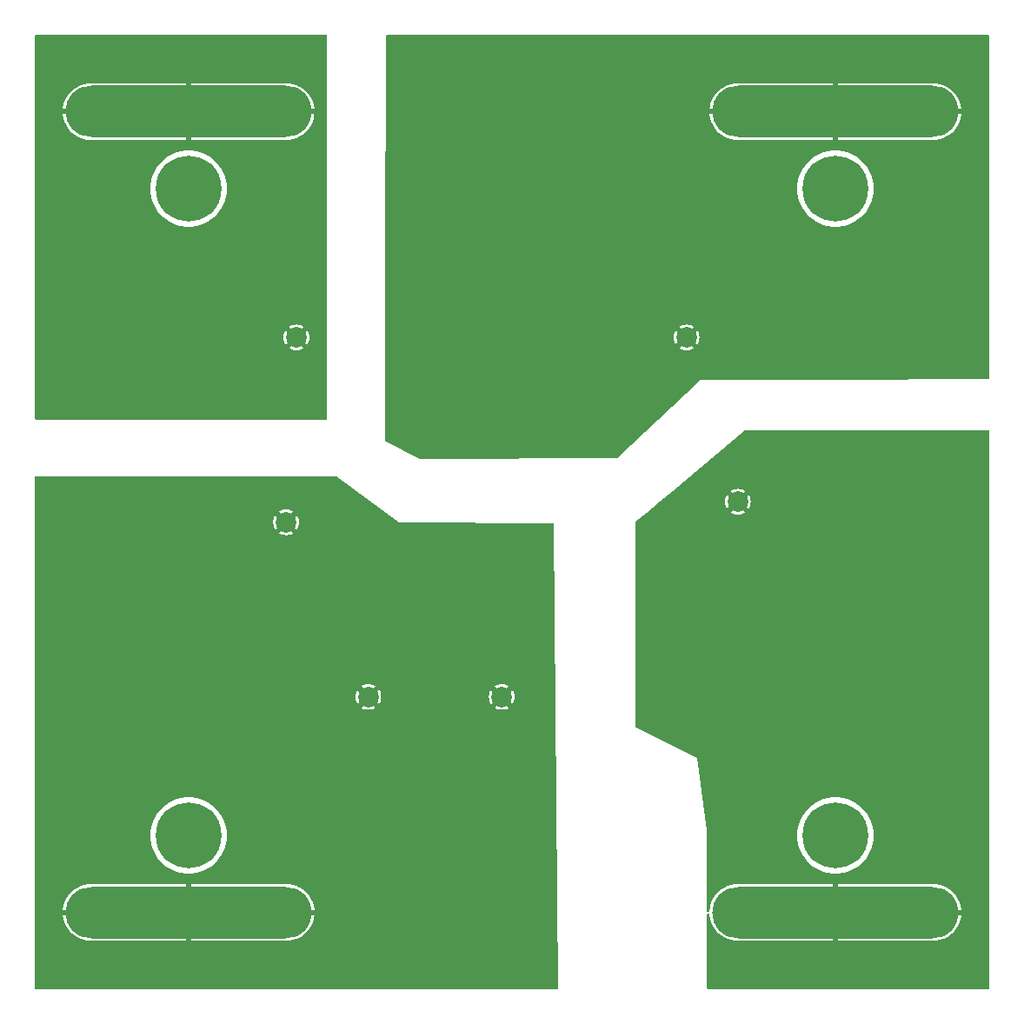
<source format=gbr>
%TF.GenerationSoftware,KiCad,Pcbnew,(6.0.0)*%
%TF.CreationDate,2022-06-20T09:58:44+02:00*%
%TF.ProjectId,bottom_plate_pcb,626f7474-6f6d-45f7-906c-6174655f7063,rev?*%
%TF.SameCoordinates,Original*%
%TF.FileFunction,Copper,L1,Top*%
%TF.FilePolarity,Positive*%
%FSLAX46Y46*%
G04 Gerber Fmt 4.6, Leading zero omitted, Abs format (unit mm)*
G04 Created by KiCad (PCBNEW (6.0.0)) date 2022-06-20 09:58:44*
%MOMM*%
%LPD*%
G01*
G04 APERTURE LIST*
%TA.AperFunction,SMDPad,CuDef*%
%ADD10C,2.000000*%
%TD*%
%TA.AperFunction,ComponentPad*%
%ADD11C,0.800000*%
%TD*%
%TA.AperFunction,ComponentPad*%
%ADD12C,6.400000*%
%TD*%
%TA.AperFunction,ComponentPad*%
%ADD13O,24.000000X5.000000*%
%TD*%
G04 APERTURE END LIST*
D10*
%TO.P,TP4,1,1*%
%TO.N,DOUT*%
X152000000Y-98000000D03*
%TD*%
D11*
%TO.P,REF\u002A\u002A,1*%
%TO.N,N/C*%
X98500000Y-128100000D03*
X96100000Y-130500000D03*
X96802944Y-132197056D03*
X96802944Y-128802944D03*
X98500000Y-132900000D03*
X100900000Y-130500000D03*
X100197056Y-132197056D03*
X100197056Y-128802944D03*
D12*
X98500000Y-130500000D03*
%TD*%
D13*
%TO.P,J4,1,Pin_1*%
%TO.N,DIN*%
X98500000Y-60000000D03*
%TD*%
D11*
%TO.P,REF\u002A\u002A,1*%
%TO.N,N/C*%
X159802944Y-132197056D03*
X161500000Y-132900000D03*
X159802944Y-128802944D03*
X163900000Y-130500000D03*
X163197056Y-128802944D03*
X159100000Y-130500000D03*
X163197056Y-132197056D03*
D12*
X161500000Y-130500000D03*
D11*
X161500000Y-128100000D03*
%TD*%
D10*
%TO.P,TP2,1,1*%
%TO.N,+5V*%
X116000000Y-117000000D03*
%TD*%
D11*
%TO.P,REF\u002A\u002A,1*%
%TO.N,N/C*%
X161500000Y-69900000D03*
X159802944Y-69197056D03*
X163197056Y-69197056D03*
X161500000Y-65100000D03*
D12*
X161500000Y-67500000D03*
D11*
X159802944Y-65802944D03*
X163197056Y-65802944D03*
X163900000Y-67500000D03*
X159100000Y-67500000D03*
%TD*%
D13*
%TO.P,J3,1,Pin_1*%
%TO.N,GND*%
X161500000Y-60000000D03*
%TD*%
D10*
%TO.P,TP1,1,1*%
%TO.N,+5V*%
X129000000Y-117000000D03*
%TD*%
D12*
%TO.P,REF\u002A\u002A,1*%
%TO.N,N/C*%
X98500000Y-67500000D03*
D11*
X100197056Y-65802944D03*
X98500000Y-69900000D03*
X96100000Y-67500000D03*
X100900000Y-67500000D03*
X100197056Y-69197056D03*
X96802944Y-65802944D03*
X98500000Y-65100000D03*
X96802944Y-69197056D03*
%TD*%
D13*
%TO.P,J2,1,Pin_1*%
%TO.N,+5V*%
X98500000Y-138000000D03*
%TD*%
D10*
%TO.P,TP6,1,1*%
%TO.N,GND*%
X147000000Y-82000000D03*
%TD*%
%TO.P,TP3,1,1*%
%TO.N,+5V*%
X108000000Y-100000000D03*
%TD*%
D13*
%TO.P,J1,1,Pin_1*%
%TO.N,DOUT*%
X161500000Y-138000000D03*
%TD*%
D10*
%TO.P,TP5,1,1*%
%TO.N,DIN*%
X109000000Y-82000000D03*
%TD*%
%TA.AperFunction,Conductor*%
%TO.N,DOUT*%
G36*
X176434121Y-91020002D02*
G01*
X176480614Y-91073658D01*
X176492000Y-91126000D01*
X176492000Y-145366000D01*
X176471998Y-145434121D01*
X176418342Y-145480614D01*
X176366000Y-145492000D01*
X149126000Y-145492000D01*
X149057879Y-145471998D01*
X149011386Y-145418342D01*
X149000000Y-145366000D01*
X149000000Y-138188831D01*
X149020002Y-138120710D01*
X149073658Y-138074217D01*
X149143932Y-138064113D01*
X149208512Y-138093607D01*
X149246896Y-138153333D01*
X149251810Y-138181907D01*
X149259043Y-138313333D01*
X149259912Y-138320847D01*
X149316537Y-138640354D01*
X149318304Y-138647714D01*
X149412898Y-138958083D01*
X149415546Y-138965203D01*
X149546739Y-139261955D01*
X149550216Y-139268692D01*
X149716120Y-139547552D01*
X149720368Y-139553803D01*
X149918574Y-139810715D01*
X149923559Y-139816430D01*
X150151180Y-140047654D01*
X150156816Y-140052729D01*
X150410573Y-140254938D01*
X150416771Y-140259294D01*
X150692987Y-140429555D01*
X150699663Y-140433135D01*
X150994334Y-140568980D01*
X151001385Y-140571730D01*
X151310247Y-140671192D01*
X151317580Y-140673075D01*
X151636155Y-140734711D01*
X151643655Y-140735698D01*
X151899919Y-140753842D01*
X151904369Y-140754000D01*
X161227885Y-140754000D01*
X161243124Y-140749525D01*
X161244329Y-140748135D01*
X161246000Y-140740452D01*
X161246000Y-140735885D01*
X161754000Y-140735885D01*
X161758475Y-140751124D01*
X161759865Y-140752329D01*
X161767548Y-140754000D01*
X171081609Y-140754000D01*
X171085382Y-140753887D01*
X171327684Y-140739279D01*
X171335186Y-140738371D01*
X171654400Y-140680072D01*
X171661733Y-140678271D01*
X171971634Y-140582044D01*
X171978707Y-140579372D01*
X172274781Y-140446621D01*
X172281508Y-140443104D01*
X172559481Y-140275751D01*
X172565725Y-140271460D01*
X172821587Y-140071918D01*
X172827277Y-140066901D01*
X173057314Y-139838065D01*
X173062344Y-139832420D01*
X173263229Y-139577599D01*
X173267554Y-139571376D01*
X173436370Y-139294266D01*
X173439905Y-139287589D01*
X173574211Y-138992201D01*
X173576924Y-138985131D01*
X173674764Y-138675764D01*
X173676611Y-138668413D01*
X173736578Y-138349523D01*
X173737526Y-138342013D01*
X173742110Y-138272078D01*
X173738687Y-138256779D01*
X173727661Y-138254000D01*
X161772115Y-138254000D01*
X161756876Y-138258475D01*
X161755671Y-138259865D01*
X161754000Y-138267548D01*
X161754000Y-140735885D01*
X161246000Y-140735885D01*
X161246000Y-137727885D01*
X161754000Y-137727885D01*
X161758475Y-137743124D01*
X161759865Y-137744329D01*
X161767548Y-137746000D01*
X173726107Y-137746000D01*
X173741341Y-137741527D01*
X173743381Y-137730724D01*
X173740957Y-137686666D01*
X173740088Y-137679155D01*
X173683463Y-137359646D01*
X173681696Y-137352286D01*
X173587102Y-137041917D01*
X173584454Y-137034797D01*
X173453261Y-136738045D01*
X173449784Y-136731308D01*
X173283880Y-136452448D01*
X173279632Y-136446197D01*
X173081426Y-136189285D01*
X173076441Y-136183570D01*
X172848820Y-135952346D01*
X172843184Y-135947271D01*
X172589427Y-135745062D01*
X172583229Y-135740706D01*
X172307013Y-135570445D01*
X172300337Y-135566865D01*
X172005666Y-135431020D01*
X171998615Y-135428270D01*
X171689753Y-135328808D01*
X171682420Y-135326925D01*
X171363845Y-135265289D01*
X171356345Y-135264302D01*
X171100081Y-135246158D01*
X171095631Y-135246000D01*
X161772115Y-135246000D01*
X161756876Y-135250475D01*
X161755671Y-135251865D01*
X161754000Y-135259548D01*
X161754000Y-137727885D01*
X161246000Y-137727885D01*
X161246000Y-135264115D01*
X161241525Y-135248876D01*
X161240135Y-135247671D01*
X161232452Y-135246000D01*
X151918392Y-135246000D01*
X151914618Y-135246113D01*
X151672316Y-135260721D01*
X151664814Y-135261629D01*
X151345600Y-135319928D01*
X151338267Y-135321729D01*
X151028366Y-135417956D01*
X151021293Y-135420628D01*
X150725219Y-135553379D01*
X150718492Y-135556896D01*
X150440519Y-135724249D01*
X150434275Y-135728540D01*
X150178413Y-135928082D01*
X150172723Y-135933099D01*
X149942686Y-136161935D01*
X149937656Y-136167580D01*
X149736771Y-136422401D01*
X149732446Y-136428624D01*
X149563630Y-136705734D01*
X149560095Y-136712411D01*
X149425789Y-137007799D01*
X149423076Y-137014869D01*
X149325236Y-137324236D01*
X149323389Y-137331587D01*
X149263422Y-137650477D01*
X149262474Y-137657987D01*
X149251730Y-137821907D01*
X149227316Y-137888573D01*
X149170734Y-137931458D01*
X149099950Y-137936944D01*
X149037436Y-137903290D01*
X149003041Y-137841181D01*
X149000000Y-137813666D01*
X149000000Y-130500000D01*
X157786411Y-130500000D01*
X157806754Y-130888176D01*
X157867562Y-131272099D01*
X157968167Y-131647562D01*
X158107468Y-132010453D01*
X158283938Y-132356794D01*
X158495643Y-132682793D01*
X158740266Y-132984876D01*
X159015124Y-133259734D01*
X159317207Y-133504357D01*
X159643205Y-133716062D01*
X159646139Y-133717557D01*
X159646146Y-133717561D01*
X159986607Y-133891034D01*
X159989547Y-133892532D01*
X160352438Y-134031833D01*
X160727901Y-134132438D01*
X160931793Y-134164732D01*
X161108576Y-134192732D01*
X161108584Y-134192733D01*
X161111824Y-134193246D01*
X161500000Y-134213589D01*
X161888176Y-134193246D01*
X161891416Y-134192733D01*
X161891424Y-134192732D01*
X162068207Y-134164732D01*
X162272099Y-134132438D01*
X162647562Y-134031833D01*
X163010453Y-133892532D01*
X163013393Y-133891034D01*
X163353854Y-133717561D01*
X163353861Y-133717557D01*
X163356795Y-133716062D01*
X163682793Y-133504357D01*
X163984876Y-133259734D01*
X164259734Y-132984876D01*
X164504357Y-132682793D01*
X164716062Y-132356794D01*
X164892532Y-132010453D01*
X165031833Y-131647562D01*
X165132438Y-131272099D01*
X165193246Y-130888176D01*
X165213589Y-130500000D01*
X165193246Y-130111824D01*
X165132438Y-129727901D01*
X165031833Y-129352438D01*
X164892532Y-128989547D01*
X164716062Y-128643206D01*
X164504357Y-128317207D01*
X164259734Y-128015124D01*
X163984876Y-127740266D01*
X163682793Y-127495643D01*
X163356795Y-127283938D01*
X163353861Y-127282443D01*
X163353854Y-127282439D01*
X163013393Y-127108966D01*
X163010453Y-127107468D01*
X162647562Y-126968167D01*
X162272099Y-126867562D01*
X162068207Y-126835268D01*
X161891424Y-126807268D01*
X161891416Y-126807267D01*
X161888176Y-126806754D01*
X161500000Y-126786411D01*
X161111824Y-126806754D01*
X161108584Y-126807267D01*
X161108576Y-126807268D01*
X160931793Y-126835268D01*
X160727901Y-126867562D01*
X160352438Y-126968167D01*
X159989547Y-127107468D01*
X159986607Y-127108966D01*
X159646147Y-127282439D01*
X159646140Y-127282443D01*
X159643206Y-127283938D01*
X159317207Y-127495643D01*
X159015124Y-127740266D01*
X158740266Y-128015124D01*
X158495643Y-128317207D01*
X158283938Y-128643206D01*
X158107468Y-128989547D01*
X157968167Y-129352438D01*
X157867562Y-129727901D01*
X157806754Y-130111824D01*
X157786411Y-130500000D01*
X149000000Y-130500000D01*
X149000000Y-130000000D01*
X148000000Y-123000000D01*
X142069650Y-120034825D01*
X142017667Y-119986471D01*
X142000000Y-119922128D01*
X142000000Y-100058665D01*
X142020002Y-99990544D01*
X142044894Y-99962239D01*
X143132668Y-99047289D01*
X151317265Y-99047289D01*
X151326561Y-99059304D01*
X151366100Y-99086989D01*
X151375590Y-99092469D01*
X151564486Y-99180553D01*
X151574778Y-99184299D01*
X151776098Y-99238242D01*
X151786893Y-99240145D01*
X151994525Y-99258311D01*
X152005475Y-99258311D01*
X152213107Y-99240145D01*
X152223902Y-99238242D01*
X152425222Y-99184299D01*
X152435514Y-99180553D01*
X152624410Y-99092469D01*
X152633900Y-99086989D01*
X152674278Y-99058717D01*
X152682652Y-99048242D01*
X152675583Y-99034793D01*
X152012812Y-98372022D01*
X151998868Y-98364408D01*
X151997035Y-98364539D01*
X151990420Y-98368790D01*
X151323695Y-99035515D01*
X151317265Y-99047289D01*
X143132668Y-99047289D01*
X144371269Y-98005475D01*
X150741689Y-98005475D01*
X150759855Y-98213107D01*
X150761758Y-98223902D01*
X150815701Y-98425222D01*
X150819447Y-98435514D01*
X150907531Y-98624410D01*
X150913011Y-98633900D01*
X150941283Y-98674278D01*
X150951758Y-98682652D01*
X150965207Y-98675583D01*
X151627978Y-98012812D01*
X151634356Y-98001132D01*
X152364408Y-98001132D01*
X152364539Y-98002965D01*
X152368790Y-98009580D01*
X153035515Y-98676305D01*
X153047289Y-98682735D01*
X153059304Y-98673439D01*
X153086989Y-98633900D01*
X153092469Y-98624410D01*
X153180553Y-98435514D01*
X153184299Y-98425222D01*
X153238242Y-98223902D01*
X153240145Y-98213107D01*
X153258311Y-98005475D01*
X153258311Y-97994525D01*
X153240145Y-97786893D01*
X153238242Y-97776098D01*
X153184299Y-97574778D01*
X153180553Y-97564486D01*
X153092469Y-97375590D01*
X153086989Y-97366100D01*
X153058717Y-97325722D01*
X153048242Y-97317348D01*
X153034793Y-97324417D01*
X152372022Y-97987188D01*
X152364408Y-98001132D01*
X151634356Y-98001132D01*
X151635592Y-97998868D01*
X151635461Y-97997035D01*
X151631210Y-97990420D01*
X150964485Y-97323695D01*
X150952711Y-97317265D01*
X150940696Y-97326561D01*
X150913011Y-97366100D01*
X150907531Y-97375590D01*
X150819447Y-97564486D01*
X150815701Y-97574778D01*
X150761758Y-97776098D01*
X150759855Y-97786893D01*
X150741689Y-97994525D01*
X150741689Y-98005475D01*
X144371269Y-98005475D01*
X145624021Y-96951758D01*
X151317348Y-96951758D01*
X151324417Y-96965207D01*
X151987188Y-97627978D01*
X152001132Y-97635592D01*
X152002965Y-97635461D01*
X152009580Y-97631210D01*
X152676305Y-96964485D01*
X152682735Y-96952711D01*
X152673439Y-96940696D01*
X152633900Y-96913011D01*
X152624410Y-96907531D01*
X152435514Y-96819447D01*
X152425222Y-96815701D01*
X152223902Y-96761758D01*
X152213107Y-96759855D01*
X152005475Y-96741689D01*
X151994525Y-96741689D01*
X151786893Y-96759855D01*
X151776098Y-96761758D01*
X151574778Y-96815701D01*
X151564486Y-96819447D01*
X151375590Y-96907531D01*
X151366100Y-96913011D01*
X151325722Y-96941283D01*
X151317348Y-96951758D01*
X145624021Y-96951758D01*
X152664840Y-91029574D01*
X152729847Y-91001033D01*
X152745946Y-91000000D01*
X176366000Y-91000000D01*
X176434121Y-91020002D01*
G37*
%TD.AperFunction*%
%TD*%
%TA.AperFunction,Conductor*%
%TO.N,GND*%
G36*
X176434121Y-52528002D02*
G01*
X176480614Y-52581658D01*
X176492000Y-52634000D01*
X176492000Y-85893006D01*
X176471998Y-85961127D01*
X176418342Y-86007620D01*
X176366660Y-86019004D01*
X160715875Y-86100865D01*
X148344635Y-86165573D01*
X148344634Y-86165573D01*
X148326518Y-86165668D01*
X148318101Y-86173515D01*
X140210907Y-93731969D01*
X140147442Y-93763792D01*
X140125343Y-93765808D01*
X121069935Y-93819915D01*
X121013228Y-93806614D01*
X117709760Y-92154880D01*
X117657776Y-92106525D01*
X117640109Y-92042007D01*
X117652624Y-83047289D01*
X146317265Y-83047289D01*
X146326561Y-83059304D01*
X146366100Y-83086989D01*
X146375590Y-83092469D01*
X146564486Y-83180553D01*
X146574778Y-83184299D01*
X146776098Y-83238242D01*
X146786893Y-83240145D01*
X146994525Y-83258311D01*
X147005475Y-83258311D01*
X147213107Y-83240145D01*
X147223902Y-83238242D01*
X147425222Y-83184299D01*
X147435514Y-83180553D01*
X147624410Y-83092469D01*
X147633900Y-83086989D01*
X147674278Y-83058717D01*
X147682652Y-83048242D01*
X147675583Y-83034793D01*
X147012812Y-82372022D01*
X146998868Y-82364408D01*
X146997035Y-82364539D01*
X146990420Y-82368790D01*
X146323695Y-83035515D01*
X146317265Y-83047289D01*
X117652624Y-83047289D01*
X117654074Y-82005475D01*
X145741689Y-82005475D01*
X145759855Y-82213107D01*
X145761758Y-82223902D01*
X145815701Y-82425222D01*
X145819447Y-82435514D01*
X145907531Y-82624410D01*
X145913011Y-82633900D01*
X145941283Y-82674278D01*
X145951758Y-82682652D01*
X145965207Y-82675583D01*
X146627978Y-82012812D01*
X146634356Y-82001132D01*
X147364408Y-82001132D01*
X147364539Y-82002965D01*
X147368790Y-82009580D01*
X148035515Y-82676305D01*
X148047289Y-82682735D01*
X148059304Y-82673439D01*
X148086989Y-82633900D01*
X148092469Y-82624410D01*
X148180553Y-82435514D01*
X148184299Y-82425222D01*
X148238242Y-82223902D01*
X148240145Y-82213107D01*
X148258311Y-82005475D01*
X148258311Y-81994525D01*
X148240145Y-81786893D01*
X148238242Y-81776098D01*
X148184299Y-81574778D01*
X148180553Y-81564486D01*
X148092469Y-81375590D01*
X148086989Y-81366100D01*
X148058717Y-81325722D01*
X148048242Y-81317348D01*
X148034793Y-81324417D01*
X147372022Y-81987188D01*
X147364408Y-82001132D01*
X146634356Y-82001132D01*
X146635592Y-81998868D01*
X146635461Y-81997035D01*
X146631210Y-81990420D01*
X145964485Y-81323695D01*
X145952711Y-81317265D01*
X145940696Y-81326561D01*
X145913011Y-81366100D01*
X145907531Y-81375590D01*
X145819447Y-81564486D01*
X145815701Y-81574778D01*
X145761758Y-81776098D01*
X145759855Y-81786893D01*
X145741689Y-81994525D01*
X145741689Y-82005475D01*
X117654074Y-82005475D01*
X117655540Y-80951758D01*
X146317348Y-80951758D01*
X146324417Y-80965207D01*
X146987188Y-81627978D01*
X147001132Y-81635592D01*
X147002965Y-81635461D01*
X147009580Y-81631210D01*
X147676305Y-80964485D01*
X147682735Y-80952711D01*
X147673439Y-80940696D01*
X147633900Y-80913011D01*
X147624410Y-80907531D01*
X147435514Y-80819447D01*
X147425222Y-80815701D01*
X147223902Y-80761758D01*
X147213107Y-80759855D01*
X147005475Y-80741689D01*
X146994525Y-80741689D01*
X146786893Y-80759855D01*
X146776098Y-80761758D01*
X146574778Y-80815701D01*
X146564486Y-80819447D01*
X146375590Y-80907531D01*
X146366100Y-80913011D01*
X146325722Y-80941283D01*
X146317348Y-80951758D01*
X117655540Y-80951758D01*
X117674258Y-67500000D01*
X157786411Y-67500000D01*
X157806754Y-67888176D01*
X157867562Y-68272099D01*
X157968167Y-68647562D01*
X158107468Y-69010453D01*
X158283938Y-69356794D01*
X158495643Y-69682793D01*
X158740266Y-69984876D01*
X159015124Y-70259734D01*
X159317207Y-70504357D01*
X159643205Y-70716062D01*
X159646139Y-70717557D01*
X159646146Y-70717561D01*
X159986607Y-70891034D01*
X159989547Y-70892532D01*
X160352438Y-71031833D01*
X160727901Y-71132438D01*
X160931793Y-71164732D01*
X161108576Y-71192732D01*
X161108584Y-71192733D01*
X161111824Y-71193246D01*
X161500000Y-71213589D01*
X161888176Y-71193246D01*
X161891416Y-71192733D01*
X161891424Y-71192732D01*
X162068207Y-71164732D01*
X162272099Y-71132438D01*
X162647562Y-71031833D01*
X163010453Y-70892532D01*
X163013393Y-70891034D01*
X163353854Y-70717561D01*
X163353861Y-70717557D01*
X163356795Y-70716062D01*
X163682793Y-70504357D01*
X163984876Y-70259734D01*
X164259734Y-69984876D01*
X164504357Y-69682793D01*
X164716062Y-69356794D01*
X164892532Y-69010453D01*
X165031833Y-68647562D01*
X165132438Y-68272099D01*
X165193246Y-67888176D01*
X165213589Y-67500000D01*
X165193246Y-67111824D01*
X165132438Y-66727901D01*
X165031833Y-66352438D01*
X164892532Y-65989547D01*
X164716062Y-65643206D01*
X164504357Y-65317207D01*
X164259734Y-65015124D01*
X163984876Y-64740266D01*
X163682793Y-64495643D01*
X163356795Y-64283938D01*
X163353861Y-64282443D01*
X163353854Y-64282439D01*
X163013393Y-64108966D01*
X163010453Y-64107468D01*
X162647562Y-63968167D01*
X162272099Y-63867562D01*
X162068207Y-63835268D01*
X161891424Y-63807268D01*
X161891416Y-63807267D01*
X161888176Y-63806754D01*
X161500000Y-63786411D01*
X161111824Y-63806754D01*
X161108584Y-63807267D01*
X161108576Y-63807268D01*
X160931793Y-63835268D01*
X160727901Y-63867562D01*
X160352438Y-63968167D01*
X159989547Y-64107468D01*
X159986607Y-64108966D01*
X159646147Y-64282439D01*
X159646140Y-64282443D01*
X159643206Y-64283938D01*
X159317207Y-64495643D01*
X159015124Y-64740266D01*
X158740266Y-65015124D01*
X158495643Y-65317207D01*
X158283938Y-65643206D01*
X158107468Y-65989547D01*
X157968167Y-66352438D01*
X157867562Y-66727901D01*
X157806754Y-67111824D01*
X157786411Y-67500000D01*
X117674258Y-67500000D01*
X117684319Y-60269276D01*
X149256619Y-60269276D01*
X149259043Y-60313334D01*
X149259912Y-60320845D01*
X149316537Y-60640354D01*
X149318304Y-60647714D01*
X149412898Y-60958083D01*
X149415546Y-60965203D01*
X149546739Y-61261955D01*
X149550216Y-61268692D01*
X149716120Y-61547552D01*
X149720368Y-61553803D01*
X149918574Y-61810715D01*
X149923559Y-61816430D01*
X150151180Y-62047654D01*
X150156816Y-62052729D01*
X150410573Y-62254938D01*
X150416771Y-62259294D01*
X150692987Y-62429555D01*
X150699663Y-62433135D01*
X150994334Y-62568980D01*
X151001385Y-62571730D01*
X151310247Y-62671192D01*
X151317580Y-62673075D01*
X151636155Y-62734711D01*
X151643655Y-62735698D01*
X151899919Y-62753842D01*
X151904369Y-62754000D01*
X161227885Y-62754000D01*
X161243124Y-62749525D01*
X161244329Y-62748135D01*
X161246000Y-62740452D01*
X161246000Y-62735885D01*
X161754000Y-62735885D01*
X161758475Y-62751124D01*
X161759865Y-62752329D01*
X161767548Y-62754000D01*
X171081609Y-62754000D01*
X171085382Y-62753887D01*
X171327684Y-62739279D01*
X171335186Y-62738371D01*
X171654400Y-62680072D01*
X171661733Y-62678271D01*
X171971634Y-62582044D01*
X171978707Y-62579372D01*
X172274781Y-62446621D01*
X172281508Y-62443104D01*
X172559481Y-62275751D01*
X172565725Y-62271460D01*
X172821587Y-62071918D01*
X172827277Y-62066901D01*
X173057314Y-61838065D01*
X173062344Y-61832420D01*
X173263229Y-61577599D01*
X173267554Y-61571376D01*
X173436370Y-61294266D01*
X173439905Y-61287589D01*
X173574211Y-60992201D01*
X173576924Y-60985131D01*
X173674764Y-60675764D01*
X173676611Y-60668413D01*
X173736578Y-60349523D01*
X173737526Y-60342013D01*
X173742110Y-60272078D01*
X173738687Y-60256779D01*
X173727661Y-60254000D01*
X161772115Y-60254000D01*
X161756876Y-60258475D01*
X161755671Y-60259865D01*
X161754000Y-60267548D01*
X161754000Y-62735885D01*
X161246000Y-62735885D01*
X161246000Y-60272115D01*
X161241525Y-60256876D01*
X161240135Y-60255671D01*
X161232452Y-60254000D01*
X149273893Y-60254000D01*
X149258659Y-60258473D01*
X149256619Y-60269276D01*
X117684319Y-60269276D01*
X117685072Y-59727922D01*
X149257890Y-59727922D01*
X149261313Y-59743221D01*
X149272339Y-59746000D01*
X161227885Y-59746000D01*
X161243124Y-59741525D01*
X161244329Y-59740135D01*
X161246000Y-59732452D01*
X161246000Y-59727885D01*
X161754000Y-59727885D01*
X161758475Y-59743124D01*
X161759865Y-59744329D01*
X161767548Y-59746000D01*
X173726107Y-59746000D01*
X173741341Y-59741527D01*
X173743381Y-59730724D01*
X173740957Y-59686666D01*
X173740088Y-59679155D01*
X173683463Y-59359646D01*
X173681696Y-59352286D01*
X173587102Y-59041917D01*
X173584454Y-59034797D01*
X173453261Y-58738045D01*
X173449784Y-58731308D01*
X173283880Y-58452448D01*
X173279632Y-58446197D01*
X173081426Y-58189285D01*
X173076441Y-58183570D01*
X172848820Y-57952346D01*
X172843184Y-57947271D01*
X172589427Y-57745062D01*
X172583229Y-57740706D01*
X172307013Y-57570445D01*
X172300337Y-57566865D01*
X172005666Y-57431020D01*
X171998615Y-57428270D01*
X171689753Y-57328808D01*
X171682420Y-57326925D01*
X171363845Y-57265289D01*
X171356345Y-57264302D01*
X171100081Y-57246158D01*
X171095631Y-57246000D01*
X161772115Y-57246000D01*
X161756876Y-57250475D01*
X161755671Y-57251865D01*
X161754000Y-57259548D01*
X161754000Y-59727885D01*
X161246000Y-59727885D01*
X161246000Y-57264115D01*
X161241525Y-57248876D01*
X161240135Y-57247671D01*
X161232452Y-57246000D01*
X151918392Y-57246000D01*
X151914618Y-57246113D01*
X151672316Y-57260721D01*
X151664814Y-57261629D01*
X151345600Y-57319928D01*
X151338267Y-57321729D01*
X151028366Y-57417956D01*
X151021293Y-57420628D01*
X150725219Y-57553379D01*
X150718492Y-57556896D01*
X150440519Y-57724249D01*
X150434275Y-57728540D01*
X150178413Y-57928082D01*
X150172723Y-57933099D01*
X149942686Y-58161935D01*
X149937656Y-58167580D01*
X149736771Y-58422401D01*
X149732446Y-58428624D01*
X149563630Y-58705734D01*
X149560095Y-58712411D01*
X149425789Y-59007799D01*
X149423076Y-59014869D01*
X149325236Y-59324236D01*
X149323389Y-59331587D01*
X149263422Y-59650477D01*
X149262474Y-59657987D01*
X149257890Y-59727922D01*
X117685072Y-59727922D01*
X117694944Y-52633825D01*
X117715041Y-52565732D01*
X117768761Y-52519314D01*
X117820944Y-52508000D01*
X176366000Y-52508000D01*
X176434121Y-52528002D01*
G37*
%TD.AperFunction*%
%TD*%
%TA.AperFunction,Conductor*%
%TO.N,+5V*%
G36*
X112926674Y-95520002D02*
G01*
X112933353Y-95524605D01*
X118985422Y-99989246D01*
X119000000Y-100000000D01*
X119015154Y-100000099D01*
X119015155Y-100000099D01*
X133971738Y-100097590D01*
X134039727Y-100118035D01*
X134085869Y-100171993D01*
X134096913Y-100222554D01*
X134466175Y-145364971D01*
X134446732Y-145433251D01*
X134393458Y-145480182D01*
X134340180Y-145492000D01*
X83634000Y-145492000D01*
X83565879Y-145471998D01*
X83519386Y-145418342D01*
X83508000Y-145366000D01*
X83508000Y-138269276D01*
X86256619Y-138269276D01*
X86259043Y-138313334D01*
X86259912Y-138320845D01*
X86316537Y-138640354D01*
X86318304Y-138647714D01*
X86412898Y-138958083D01*
X86415546Y-138965203D01*
X86546739Y-139261955D01*
X86550216Y-139268692D01*
X86716120Y-139547552D01*
X86720368Y-139553803D01*
X86918574Y-139810715D01*
X86923559Y-139816430D01*
X87151180Y-140047654D01*
X87156816Y-140052729D01*
X87410573Y-140254938D01*
X87416771Y-140259294D01*
X87692987Y-140429555D01*
X87699663Y-140433135D01*
X87994334Y-140568980D01*
X88001385Y-140571730D01*
X88310247Y-140671192D01*
X88317580Y-140673075D01*
X88636155Y-140734711D01*
X88643655Y-140735698D01*
X88899919Y-140753842D01*
X88904369Y-140754000D01*
X98227885Y-140754000D01*
X98243124Y-140749525D01*
X98244329Y-140748135D01*
X98246000Y-140740452D01*
X98246000Y-140735885D01*
X98754000Y-140735885D01*
X98758475Y-140751124D01*
X98759865Y-140752329D01*
X98767548Y-140754000D01*
X108081609Y-140754000D01*
X108085382Y-140753887D01*
X108327684Y-140739279D01*
X108335186Y-140738371D01*
X108654400Y-140680072D01*
X108661733Y-140678271D01*
X108971634Y-140582044D01*
X108978707Y-140579372D01*
X109274781Y-140446621D01*
X109281508Y-140443104D01*
X109559481Y-140275751D01*
X109565725Y-140271460D01*
X109821587Y-140071918D01*
X109827277Y-140066901D01*
X110057314Y-139838065D01*
X110062344Y-139832420D01*
X110263229Y-139577599D01*
X110267554Y-139571376D01*
X110436370Y-139294266D01*
X110439905Y-139287589D01*
X110574211Y-138992201D01*
X110576924Y-138985131D01*
X110674764Y-138675764D01*
X110676611Y-138668413D01*
X110736578Y-138349523D01*
X110737526Y-138342013D01*
X110742110Y-138272078D01*
X110738687Y-138256779D01*
X110727661Y-138254000D01*
X98772115Y-138254000D01*
X98756876Y-138258475D01*
X98755671Y-138259865D01*
X98754000Y-138267548D01*
X98754000Y-140735885D01*
X98246000Y-140735885D01*
X98246000Y-138272115D01*
X98241525Y-138256876D01*
X98240135Y-138255671D01*
X98232452Y-138254000D01*
X86273893Y-138254000D01*
X86258659Y-138258473D01*
X86256619Y-138269276D01*
X83508000Y-138269276D01*
X83508000Y-137727922D01*
X86257890Y-137727922D01*
X86261313Y-137743221D01*
X86272339Y-137746000D01*
X98227885Y-137746000D01*
X98243124Y-137741525D01*
X98244329Y-137740135D01*
X98246000Y-137732452D01*
X98246000Y-137727885D01*
X98754000Y-137727885D01*
X98758475Y-137743124D01*
X98759865Y-137744329D01*
X98767548Y-137746000D01*
X110726107Y-137746000D01*
X110741341Y-137741527D01*
X110743381Y-137730724D01*
X110740957Y-137686666D01*
X110740088Y-137679155D01*
X110683463Y-137359646D01*
X110681696Y-137352286D01*
X110587102Y-137041917D01*
X110584454Y-137034797D01*
X110453261Y-136738045D01*
X110449784Y-136731308D01*
X110283880Y-136452448D01*
X110279632Y-136446197D01*
X110081426Y-136189285D01*
X110076441Y-136183570D01*
X109848820Y-135952346D01*
X109843184Y-135947271D01*
X109589427Y-135745062D01*
X109583229Y-135740706D01*
X109307013Y-135570445D01*
X109300337Y-135566865D01*
X109005666Y-135431020D01*
X108998615Y-135428270D01*
X108689753Y-135328808D01*
X108682420Y-135326925D01*
X108363845Y-135265289D01*
X108356345Y-135264302D01*
X108100081Y-135246158D01*
X108095631Y-135246000D01*
X98772115Y-135246000D01*
X98756876Y-135250475D01*
X98755671Y-135251865D01*
X98754000Y-135259548D01*
X98754000Y-137727885D01*
X98246000Y-137727885D01*
X98246000Y-135264115D01*
X98241525Y-135248876D01*
X98240135Y-135247671D01*
X98232452Y-135246000D01*
X88918392Y-135246000D01*
X88914618Y-135246113D01*
X88672316Y-135260721D01*
X88664814Y-135261629D01*
X88345600Y-135319928D01*
X88338267Y-135321729D01*
X88028366Y-135417956D01*
X88021293Y-135420628D01*
X87725219Y-135553379D01*
X87718492Y-135556896D01*
X87440519Y-135724249D01*
X87434275Y-135728540D01*
X87178413Y-135928082D01*
X87172723Y-135933099D01*
X86942686Y-136161935D01*
X86937656Y-136167580D01*
X86736771Y-136422401D01*
X86732446Y-136428624D01*
X86563630Y-136705734D01*
X86560095Y-136712411D01*
X86425789Y-137007799D01*
X86423076Y-137014869D01*
X86325236Y-137324236D01*
X86323389Y-137331587D01*
X86263422Y-137650477D01*
X86262474Y-137657987D01*
X86257890Y-137727922D01*
X83508000Y-137727922D01*
X83508000Y-130500000D01*
X94786411Y-130500000D01*
X94806754Y-130888176D01*
X94867562Y-131272099D01*
X94968167Y-131647562D01*
X95107468Y-132010453D01*
X95283938Y-132356794D01*
X95495643Y-132682793D01*
X95740266Y-132984876D01*
X96015124Y-133259734D01*
X96317207Y-133504357D01*
X96643205Y-133716062D01*
X96646139Y-133717557D01*
X96646146Y-133717561D01*
X96986607Y-133891034D01*
X96989547Y-133892532D01*
X97352438Y-134031833D01*
X97727901Y-134132438D01*
X97931793Y-134164732D01*
X98108576Y-134192732D01*
X98108584Y-134192733D01*
X98111824Y-134193246D01*
X98500000Y-134213589D01*
X98888176Y-134193246D01*
X98891416Y-134192733D01*
X98891424Y-134192732D01*
X99068207Y-134164732D01*
X99272099Y-134132438D01*
X99647562Y-134031833D01*
X100010453Y-133892532D01*
X100013393Y-133891034D01*
X100353854Y-133717561D01*
X100353861Y-133717557D01*
X100356795Y-133716062D01*
X100682793Y-133504357D01*
X100984876Y-133259734D01*
X101259734Y-132984876D01*
X101504357Y-132682793D01*
X101716062Y-132356794D01*
X101892532Y-132010453D01*
X102031833Y-131647562D01*
X102132438Y-131272099D01*
X102193246Y-130888176D01*
X102213589Y-130500000D01*
X102193246Y-130111824D01*
X102132438Y-129727901D01*
X102031833Y-129352438D01*
X101892532Y-128989547D01*
X101716062Y-128643206D01*
X101504357Y-128317207D01*
X101259734Y-128015124D01*
X100984876Y-127740266D01*
X100682793Y-127495643D01*
X100356795Y-127283938D01*
X100353861Y-127282443D01*
X100353854Y-127282439D01*
X100013393Y-127108966D01*
X100010453Y-127107468D01*
X99647562Y-126968167D01*
X99272099Y-126867562D01*
X99068207Y-126835268D01*
X98891424Y-126807268D01*
X98891416Y-126807267D01*
X98888176Y-126806754D01*
X98500000Y-126786411D01*
X98111824Y-126806754D01*
X98108584Y-126807267D01*
X98108576Y-126807268D01*
X97931793Y-126835268D01*
X97727901Y-126867562D01*
X97352438Y-126968167D01*
X96989547Y-127107468D01*
X96986607Y-127108966D01*
X96646147Y-127282439D01*
X96646140Y-127282443D01*
X96643206Y-127283938D01*
X96317207Y-127495643D01*
X96015124Y-127740266D01*
X95740266Y-128015124D01*
X95495643Y-128317207D01*
X95283938Y-128643206D01*
X95107468Y-128989547D01*
X94968167Y-129352438D01*
X94867562Y-129727901D01*
X94806754Y-130111824D01*
X94786411Y-130500000D01*
X83508000Y-130500000D01*
X83508000Y-118047289D01*
X115317265Y-118047289D01*
X115326561Y-118059304D01*
X115366100Y-118086989D01*
X115375590Y-118092469D01*
X115564486Y-118180553D01*
X115574778Y-118184299D01*
X115776098Y-118238242D01*
X115786893Y-118240145D01*
X115994525Y-118258311D01*
X116005475Y-118258311D01*
X116213107Y-118240145D01*
X116223902Y-118238242D01*
X116425222Y-118184299D01*
X116435514Y-118180553D01*
X116624410Y-118092469D01*
X116633900Y-118086989D01*
X116674278Y-118058717D01*
X116682652Y-118048242D01*
X116682151Y-118047289D01*
X128317265Y-118047289D01*
X128326561Y-118059304D01*
X128366100Y-118086989D01*
X128375590Y-118092469D01*
X128564486Y-118180553D01*
X128574778Y-118184299D01*
X128776098Y-118238242D01*
X128786893Y-118240145D01*
X128994525Y-118258311D01*
X129005475Y-118258311D01*
X129213107Y-118240145D01*
X129223902Y-118238242D01*
X129425222Y-118184299D01*
X129435514Y-118180553D01*
X129624410Y-118092469D01*
X129633900Y-118086989D01*
X129674278Y-118058717D01*
X129682652Y-118048242D01*
X129675583Y-118034793D01*
X129012812Y-117372022D01*
X128998868Y-117364408D01*
X128997035Y-117364539D01*
X128990420Y-117368790D01*
X128323695Y-118035515D01*
X128317265Y-118047289D01*
X116682151Y-118047289D01*
X116675583Y-118034793D01*
X116012812Y-117372022D01*
X115998868Y-117364408D01*
X115997035Y-117364539D01*
X115990420Y-117368790D01*
X115323695Y-118035515D01*
X115317265Y-118047289D01*
X83508000Y-118047289D01*
X83508000Y-117005475D01*
X114741689Y-117005475D01*
X114759855Y-117213107D01*
X114761758Y-117223902D01*
X114815701Y-117425222D01*
X114819447Y-117435514D01*
X114907531Y-117624410D01*
X114913011Y-117633900D01*
X114941283Y-117674278D01*
X114951758Y-117682652D01*
X114965207Y-117675583D01*
X115627978Y-117012812D01*
X115634356Y-117001132D01*
X116364408Y-117001132D01*
X116364539Y-117002965D01*
X116368790Y-117009580D01*
X117035515Y-117676305D01*
X117047289Y-117682735D01*
X117059304Y-117673439D01*
X117086989Y-117633900D01*
X117092469Y-117624410D01*
X117180553Y-117435514D01*
X117184299Y-117425222D01*
X117238242Y-117223902D01*
X117240145Y-117213107D01*
X117258311Y-117005475D01*
X127741689Y-117005475D01*
X127759855Y-117213107D01*
X127761758Y-117223902D01*
X127815701Y-117425222D01*
X127819447Y-117435514D01*
X127907531Y-117624410D01*
X127913011Y-117633900D01*
X127941283Y-117674278D01*
X127951758Y-117682652D01*
X127965207Y-117675583D01*
X128627978Y-117012812D01*
X128634356Y-117001132D01*
X129364408Y-117001132D01*
X129364539Y-117002965D01*
X129368790Y-117009580D01*
X130035515Y-117676305D01*
X130047289Y-117682735D01*
X130059304Y-117673439D01*
X130086989Y-117633900D01*
X130092469Y-117624410D01*
X130180553Y-117435514D01*
X130184299Y-117425222D01*
X130238242Y-117223902D01*
X130240145Y-117213107D01*
X130258311Y-117005475D01*
X130258311Y-116994525D01*
X130240145Y-116786893D01*
X130238242Y-116776098D01*
X130184299Y-116574778D01*
X130180553Y-116564486D01*
X130092469Y-116375590D01*
X130086989Y-116366100D01*
X130058717Y-116325722D01*
X130048242Y-116317348D01*
X130034793Y-116324417D01*
X129372022Y-116987188D01*
X129364408Y-117001132D01*
X128634356Y-117001132D01*
X128635592Y-116998868D01*
X128635461Y-116997035D01*
X128631210Y-116990420D01*
X127964485Y-116323695D01*
X127952711Y-116317265D01*
X127940696Y-116326561D01*
X127913011Y-116366100D01*
X127907531Y-116375590D01*
X127819447Y-116564486D01*
X127815701Y-116574778D01*
X127761758Y-116776098D01*
X127759855Y-116786893D01*
X127741689Y-116994525D01*
X127741689Y-117005475D01*
X117258311Y-117005475D01*
X117258311Y-116994525D01*
X117240145Y-116786893D01*
X117238242Y-116776098D01*
X117184299Y-116574778D01*
X117180553Y-116564486D01*
X117092469Y-116375590D01*
X117086989Y-116366100D01*
X117058717Y-116325722D01*
X117048242Y-116317348D01*
X117034793Y-116324417D01*
X116372022Y-116987188D01*
X116364408Y-117001132D01*
X115634356Y-117001132D01*
X115635592Y-116998868D01*
X115635461Y-116997035D01*
X115631210Y-116990420D01*
X114964485Y-116323695D01*
X114952711Y-116317265D01*
X114940696Y-116326561D01*
X114913011Y-116366100D01*
X114907531Y-116375590D01*
X114819447Y-116564486D01*
X114815701Y-116574778D01*
X114761758Y-116776098D01*
X114759855Y-116786893D01*
X114741689Y-116994525D01*
X114741689Y-117005475D01*
X83508000Y-117005475D01*
X83508000Y-115951758D01*
X115317348Y-115951758D01*
X115324417Y-115965207D01*
X115987188Y-116627978D01*
X116001132Y-116635592D01*
X116002965Y-116635461D01*
X116009580Y-116631210D01*
X116676305Y-115964485D01*
X116682735Y-115952711D01*
X116681998Y-115951758D01*
X128317348Y-115951758D01*
X128324417Y-115965207D01*
X128987188Y-116627978D01*
X129001132Y-116635592D01*
X129002965Y-116635461D01*
X129009580Y-116631210D01*
X129676305Y-115964485D01*
X129682735Y-115952711D01*
X129673439Y-115940696D01*
X129633900Y-115913011D01*
X129624410Y-115907531D01*
X129435514Y-115819447D01*
X129425222Y-115815701D01*
X129223902Y-115761758D01*
X129213107Y-115759855D01*
X129005475Y-115741689D01*
X128994525Y-115741689D01*
X128786893Y-115759855D01*
X128776098Y-115761758D01*
X128574778Y-115815701D01*
X128564486Y-115819447D01*
X128375590Y-115907531D01*
X128366100Y-115913011D01*
X128325722Y-115941283D01*
X128317348Y-115951758D01*
X116681998Y-115951758D01*
X116673439Y-115940696D01*
X116633900Y-115913011D01*
X116624410Y-115907531D01*
X116435514Y-115819447D01*
X116425222Y-115815701D01*
X116223902Y-115761758D01*
X116213107Y-115759855D01*
X116005475Y-115741689D01*
X115994525Y-115741689D01*
X115786893Y-115759855D01*
X115776098Y-115761758D01*
X115574778Y-115815701D01*
X115564486Y-115819447D01*
X115375590Y-115907531D01*
X115366100Y-115913011D01*
X115325722Y-115941283D01*
X115317348Y-115951758D01*
X83508000Y-115951758D01*
X83508000Y-101047289D01*
X107317265Y-101047289D01*
X107326561Y-101059304D01*
X107366100Y-101086989D01*
X107375590Y-101092469D01*
X107564486Y-101180553D01*
X107574778Y-101184299D01*
X107776098Y-101238242D01*
X107786893Y-101240145D01*
X107994525Y-101258311D01*
X108005475Y-101258311D01*
X108213107Y-101240145D01*
X108223902Y-101238242D01*
X108425222Y-101184299D01*
X108435514Y-101180553D01*
X108624410Y-101092469D01*
X108633900Y-101086989D01*
X108674278Y-101058717D01*
X108682652Y-101048242D01*
X108675583Y-101034793D01*
X108012812Y-100372022D01*
X107998868Y-100364408D01*
X107997035Y-100364539D01*
X107990420Y-100368790D01*
X107323695Y-101035515D01*
X107317265Y-101047289D01*
X83508000Y-101047289D01*
X83508000Y-100005475D01*
X106741689Y-100005475D01*
X106759855Y-100213107D01*
X106761758Y-100223902D01*
X106815701Y-100425222D01*
X106819447Y-100435514D01*
X106907531Y-100624410D01*
X106913011Y-100633900D01*
X106941283Y-100674278D01*
X106951758Y-100682652D01*
X106965207Y-100675583D01*
X107627978Y-100012812D01*
X107634356Y-100001132D01*
X108364408Y-100001132D01*
X108364539Y-100002965D01*
X108368790Y-100009580D01*
X109035515Y-100676305D01*
X109047289Y-100682735D01*
X109059304Y-100673439D01*
X109086989Y-100633900D01*
X109092469Y-100624410D01*
X109180553Y-100435514D01*
X109184299Y-100425222D01*
X109238242Y-100223902D01*
X109240145Y-100213107D01*
X109258311Y-100005475D01*
X109258311Y-99994525D01*
X109240145Y-99786893D01*
X109238242Y-99776098D01*
X109184299Y-99574778D01*
X109180553Y-99564486D01*
X109092469Y-99375590D01*
X109086989Y-99366100D01*
X109058717Y-99325722D01*
X109048242Y-99317348D01*
X109034793Y-99324417D01*
X108372022Y-99987188D01*
X108364408Y-100001132D01*
X107634356Y-100001132D01*
X107635592Y-99998868D01*
X107635461Y-99997035D01*
X107631210Y-99990420D01*
X106964485Y-99323695D01*
X106952711Y-99317265D01*
X106940696Y-99326561D01*
X106913011Y-99366100D01*
X106907531Y-99375590D01*
X106819447Y-99564486D01*
X106815701Y-99574778D01*
X106761758Y-99776098D01*
X106759855Y-99786893D01*
X106741689Y-99994525D01*
X106741689Y-100005475D01*
X83508000Y-100005475D01*
X83508000Y-98951758D01*
X107317348Y-98951758D01*
X107324417Y-98965207D01*
X107987188Y-99627978D01*
X108001132Y-99635592D01*
X108002965Y-99635461D01*
X108009580Y-99631210D01*
X108676305Y-98964485D01*
X108682735Y-98952711D01*
X108673439Y-98940696D01*
X108633900Y-98913011D01*
X108624410Y-98907531D01*
X108435514Y-98819447D01*
X108425222Y-98815701D01*
X108223902Y-98761758D01*
X108213107Y-98759855D01*
X108005475Y-98741689D01*
X107994525Y-98741689D01*
X107786893Y-98759855D01*
X107776098Y-98761758D01*
X107574778Y-98815701D01*
X107564486Y-98819447D01*
X107375590Y-98907531D01*
X107366100Y-98913011D01*
X107325722Y-98941283D01*
X107317348Y-98951758D01*
X83508000Y-98951758D01*
X83508000Y-95626000D01*
X83528002Y-95557879D01*
X83581658Y-95511386D01*
X83634000Y-95500000D01*
X112858553Y-95500000D01*
X112926674Y-95520002D01*
G37*
%TD.AperFunction*%
%TD*%
%TA.AperFunction,Conductor*%
%TO.N,DIN*%
G36*
X111942121Y-52528002D02*
G01*
X111988614Y-52581658D01*
X112000000Y-52634000D01*
X112000000Y-89874000D01*
X111979998Y-89942121D01*
X111926342Y-89988614D01*
X111874000Y-90000000D01*
X83634000Y-90000000D01*
X83565879Y-89979998D01*
X83519386Y-89926342D01*
X83508000Y-89874000D01*
X83508000Y-83047289D01*
X108317265Y-83047289D01*
X108326561Y-83059304D01*
X108366100Y-83086989D01*
X108375590Y-83092469D01*
X108564486Y-83180553D01*
X108574778Y-83184299D01*
X108776098Y-83238242D01*
X108786893Y-83240145D01*
X108994525Y-83258311D01*
X109005475Y-83258311D01*
X109213107Y-83240145D01*
X109223902Y-83238242D01*
X109425222Y-83184299D01*
X109435514Y-83180553D01*
X109624410Y-83092469D01*
X109633900Y-83086989D01*
X109674278Y-83058717D01*
X109682652Y-83048242D01*
X109675583Y-83034793D01*
X109012812Y-82372022D01*
X108998868Y-82364408D01*
X108997035Y-82364539D01*
X108990420Y-82368790D01*
X108323695Y-83035515D01*
X108317265Y-83047289D01*
X83508000Y-83047289D01*
X83508000Y-82005475D01*
X107741689Y-82005475D01*
X107759855Y-82213107D01*
X107761758Y-82223902D01*
X107815701Y-82425222D01*
X107819447Y-82435514D01*
X107907531Y-82624410D01*
X107913011Y-82633900D01*
X107941283Y-82674278D01*
X107951758Y-82682652D01*
X107965207Y-82675583D01*
X108627978Y-82012812D01*
X108634356Y-82001132D01*
X109364408Y-82001132D01*
X109364539Y-82002965D01*
X109368790Y-82009580D01*
X110035515Y-82676305D01*
X110047289Y-82682735D01*
X110059304Y-82673439D01*
X110086989Y-82633900D01*
X110092469Y-82624410D01*
X110180553Y-82435514D01*
X110184299Y-82425222D01*
X110238242Y-82223902D01*
X110240145Y-82213107D01*
X110258311Y-82005475D01*
X110258311Y-81994525D01*
X110240145Y-81786893D01*
X110238242Y-81776098D01*
X110184299Y-81574778D01*
X110180553Y-81564486D01*
X110092469Y-81375590D01*
X110086989Y-81366100D01*
X110058717Y-81325722D01*
X110048242Y-81317348D01*
X110034793Y-81324417D01*
X109372022Y-81987188D01*
X109364408Y-82001132D01*
X108634356Y-82001132D01*
X108635592Y-81998868D01*
X108635461Y-81997035D01*
X108631210Y-81990420D01*
X107964485Y-81323695D01*
X107952711Y-81317265D01*
X107940696Y-81326561D01*
X107913011Y-81366100D01*
X107907531Y-81375590D01*
X107819447Y-81564486D01*
X107815701Y-81574778D01*
X107761758Y-81776098D01*
X107759855Y-81786893D01*
X107741689Y-81994525D01*
X107741689Y-82005475D01*
X83508000Y-82005475D01*
X83508000Y-80951758D01*
X108317348Y-80951758D01*
X108324417Y-80965207D01*
X108987188Y-81627978D01*
X109001132Y-81635592D01*
X109002965Y-81635461D01*
X109009580Y-81631210D01*
X109676305Y-80964485D01*
X109682735Y-80952711D01*
X109673439Y-80940696D01*
X109633900Y-80913011D01*
X109624410Y-80907531D01*
X109435514Y-80819447D01*
X109425222Y-80815701D01*
X109223902Y-80761758D01*
X109213107Y-80759855D01*
X109005475Y-80741689D01*
X108994525Y-80741689D01*
X108786893Y-80759855D01*
X108776098Y-80761758D01*
X108574778Y-80815701D01*
X108564486Y-80819447D01*
X108375590Y-80907531D01*
X108366100Y-80913011D01*
X108325722Y-80941283D01*
X108317348Y-80951758D01*
X83508000Y-80951758D01*
X83508000Y-67500000D01*
X94786411Y-67500000D01*
X94806754Y-67888176D01*
X94867562Y-68272099D01*
X94968167Y-68647562D01*
X95107468Y-69010453D01*
X95283938Y-69356794D01*
X95495643Y-69682793D01*
X95740266Y-69984876D01*
X96015124Y-70259734D01*
X96317207Y-70504357D01*
X96643205Y-70716062D01*
X96646139Y-70717557D01*
X96646146Y-70717561D01*
X96986607Y-70891034D01*
X96989547Y-70892532D01*
X97352438Y-71031833D01*
X97727901Y-71132438D01*
X97931793Y-71164732D01*
X98108576Y-71192732D01*
X98108584Y-71192733D01*
X98111824Y-71193246D01*
X98500000Y-71213589D01*
X98888176Y-71193246D01*
X98891416Y-71192733D01*
X98891424Y-71192732D01*
X99068207Y-71164732D01*
X99272099Y-71132438D01*
X99647562Y-71031833D01*
X100010453Y-70892532D01*
X100013393Y-70891034D01*
X100353854Y-70717561D01*
X100353861Y-70717557D01*
X100356795Y-70716062D01*
X100682793Y-70504357D01*
X100984876Y-70259734D01*
X101259734Y-69984876D01*
X101504357Y-69682793D01*
X101716062Y-69356794D01*
X101892532Y-69010453D01*
X102031833Y-68647562D01*
X102132438Y-68272099D01*
X102193246Y-67888176D01*
X102213589Y-67500000D01*
X102193246Y-67111824D01*
X102132438Y-66727901D01*
X102031833Y-66352438D01*
X101892532Y-65989547D01*
X101716062Y-65643206D01*
X101504357Y-65317207D01*
X101259734Y-65015124D01*
X100984876Y-64740266D01*
X100682793Y-64495643D01*
X100356795Y-64283938D01*
X100353861Y-64282443D01*
X100353854Y-64282439D01*
X100013393Y-64108966D01*
X100010453Y-64107468D01*
X99647562Y-63968167D01*
X99272099Y-63867562D01*
X99068207Y-63835268D01*
X98891424Y-63807268D01*
X98891416Y-63807267D01*
X98888176Y-63806754D01*
X98500000Y-63786411D01*
X98111824Y-63806754D01*
X98108584Y-63807267D01*
X98108576Y-63807268D01*
X97931793Y-63835268D01*
X97727901Y-63867562D01*
X97352438Y-63968167D01*
X96989547Y-64107468D01*
X96986607Y-64108966D01*
X96646147Y-64282439D01*
X96646140Y-64282443D01*
X96643206Y-64283938D01*
X96317207Y-64495643D01*
X96015124Y-64740266D01*
X95740266Y-65015124D01*
X95495643Y-65317207D01*
X95283938Y-65643206D01*
X95107468Y-65989547D01*
X94968167Y-66352438D01*
X94867562Y-66727901D01*
X94806754Y-67111824D01*
X94786411Y-67500000D01*
X83508000Y-67500000D01*
X83508000Y-60269276D01*
X86256619Y-60269276D01*
X86259043Y-60313334D01*
X86259912Y-60320845D01*
X86316537Y-60640354D01*
X86318304Y-60647714D01*
X86412898Y-60958083D01*
X86415546Y-60965203D01*
X86546739Y-61261955D01*
X86550216Y-61268692D01*
X86716120Y-61547552D01*
X86720368Y-61553803D01*
X86918574Y-61810715D01*
X86923559Y-61816430D01*
X87151180Y-62047654D01*
X87156816Y-62052729D01*
X87410573Y-62254938D01*
X87416771Y-62259294D01*
X87692987Y-62429555D01*
X87699663Y-62433135D01*
X87994334Y-62568980D01*
X88001385Y-62571730D01*
X88310247Y-62671192D01*
X88317580Y-62673075D01*
X88636155Y-62734711D01*
X88643655Y-62735698D01*
X88899919Y-62753842D01*
X88904369Y-62754000D01*
X98227885Y-62754000D01*
X98243124Y-62749525D01*
X98244329Y-62748135D01*
X98246000Y-62740452D01*
X98246000Y-62735885D01*
X98754000Y-62735885D01*
X98758475Y-62751124D01*
X98759865Y-62752329D01*
X98767548Y-62754000D01*
X108081609Y-62754000D01*
X108085382Y-62753887D01*
X108327684Y-62739279D01*
X108335186Y-62738371D01*
X108654400Y-62680072D01*
X108661733Y-62678271D01*
X108971634Y-62582044D01*
X108978707Y-62579372D01*
X109274781Y-62446621D01*
X109281508Y-62443104D01*
X109559481Y-62275751D01*
X109565725Y-62271460D01*
X109821587Y-62071918D01*
X109827277Y-62066901D01*
X110057314Y-61838065D01*
X110062344Y-61832420D01*
X110263229Y-61577599D01*
X110267554Y-61571376D01*
X110436370Y-61294266D01*
X110439905Y-61287589D01*
X110574211Y-60992201D01*
X110576924Y-60985131D01*
X110674764Y-60675764D01*
X110676611Y-60668413D01*
X110736578Y-60349523D01*
X110737526Y-60342013D01*
X110742110Y-60272078D01*
X110738687Y-60256779D01*
X110727661Y-60254000D01*
X98772115Y-60254000D01*
X98756876Y-60258475D01*
X98755671Y-60259865D01*
X98754000Y-60267548D01*
X98754000Y-62735885D01*
X98246000Y-62735885D01*
X98246000Y-60272115D01*
X98241525Y-60256876D01*
X98240135Y-60255671D01*
X98232452Y-60254000D01*
X86273893Y-60254000D01*
X86258659Y-60258473D01*
X86256619Y-60269276D01*
X83508000Y-60269276D01*
X83508000Y-59727922D01*
X86257890Y-59727922D01*
X86261313Y-59743221D01*
X86272339Y-59746000D01*
X98227885Y-59746000D01*
X98243124Y-59741525D01*
X98244329Y-59740135D01*
X98246000Y-59732452D01*
X98246000Y-59727885D01*
X98754000Y-59727885D01*
X98758475Y-59743124D01*
X98759865Y-59744329D01*
X98767548Y-59746000D01*
X110726107Y-59746000D01*
X110741341Y-59741527D01*
X110743381Y-59730724D01*
X110740957Y-59686666D01*
X110740088Y-59679155D01*
X110683463Y-59359646D01*
X110681696Y-59352286D01*
X110587102Y-59041917D01*
X110584454Y-59034797D01*
X110453261Y-58738045D01*
X110449784Y-58731308D01*
X110283880Y-58452448D01*
X110279632Y-58446197D01*
X110081426Y-58189285D01*
X110076441Y-58183570D01*
X109848820Y-57952346D01*
X109843184Y-57947271D01*
X109589427Y-57745062D01*
X109583229Y-57740706D01*
X109307013Y-57570445D01*
X109300337Y-57566865D01*
X109005666Y-57431020D01*
X108998615Y-57428270D01*
X108689753Y-57328808D01*
X108682420Y-57326925D01*
X108363845Y-57265289D01*
X108356345Y-57264302D01*
X108100081Y-57246158D01*
X108095631Y-57246000D01*
X98772115Y-57246000D01*
X98756876Y-57250475D01*
X98755671Y-57251865D01*
X98754000Y-57259548D01*
X98754000Y-59727885D01*
X98246000Y-59727885D01*
X98246000Y-57264115D01*
X98241525Y-57248876D01*
X98240135Y-57247671D01*
X98232452Y-57246000D01*
X88918392Y-57246000D01*
X88914618Y-57246113D01*
X88672316Y-57260721D01*
X88664814Y-57261629D01*
X88345600Y-57319928D01*
X88338267Y-57321729D01*
X88028366Y-57417956D01*
X88021293Y-57420628D01*
X87725219Y-57553379D01*
X87718492Y-57556896D01*
X87440519Y-57724249D01*
X87434275Y-57728540D01*
X87178413Y-57928082D01*
X87172723Y-57933099D01*
X86942686Y-58161935D01*
X86937656Y-58167580D01*
X86736771Y-58422401D01*
X86732446Y-58428624D01*
X86563630Y-58705734D01*
X86560095Y-58712411D01*
X86425789Y-59007799D01*
X86423076Y-59014869D01*
X86325236Y-59324236D01*
X86323389Y-59331587D01*
X86263422Y-59650477D01*
X86262474Y-59657987D01*
X86257890Y-59727922D01*
X83508000Y-59727922D01*
X83508000Y-52634000D01*
X83528002Y-52565879D01*
X83581658Y-52519386D01*
X83634000Y-52508000D01*
X111874000Y-52508000D01*
X111942121Y-52528002D01*
G37*
%TD.AperFunction*%
%TD*%
M02*

</source>
